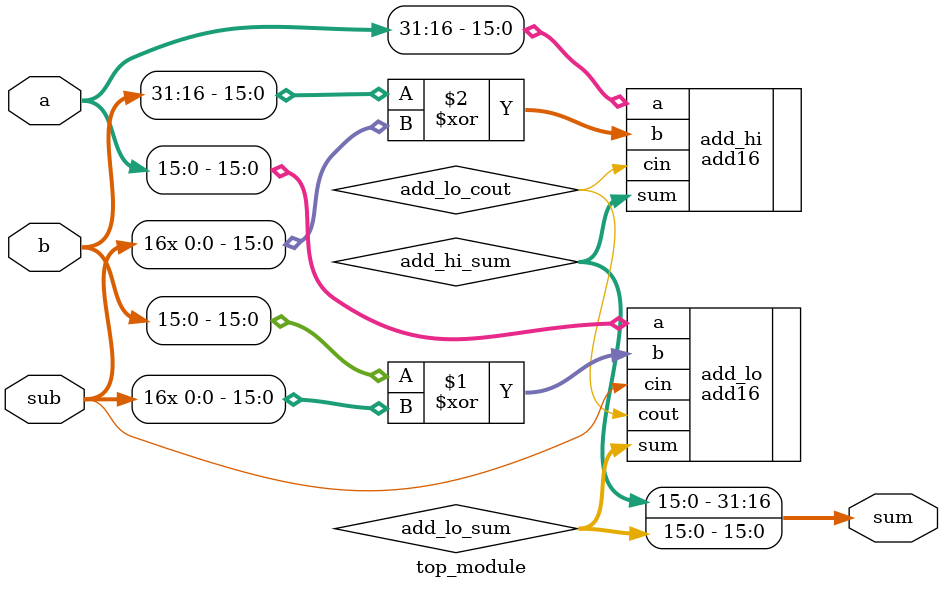
<source format=v>

module top_module(
    input [31:0] a,
    input [31:0] b,
    input sub,
    output [31:0] sum
);

    wire add_lo_cout;
    wire [15:0] add_lo_sum;
    add16 add_lo (
        .a(a[15: 0]),
        .b(b[15: 0] ^ {16{sub}}),
        .cin(sub),
        .sum(add_lo_sum),
        .cout(add_lo_cout)
    );

    wire [15:0] add_hi_sum;
    add16 add_hi (
        .a(a[31:16]),
        .b(b[31:16] ^ {16{sub}}),
        .cin(add_lo_cout),
        .sum(add_hi_sum)
    );

    assign sum = {add_hi_sum, add_lo_sum};

endmodule

</source>
